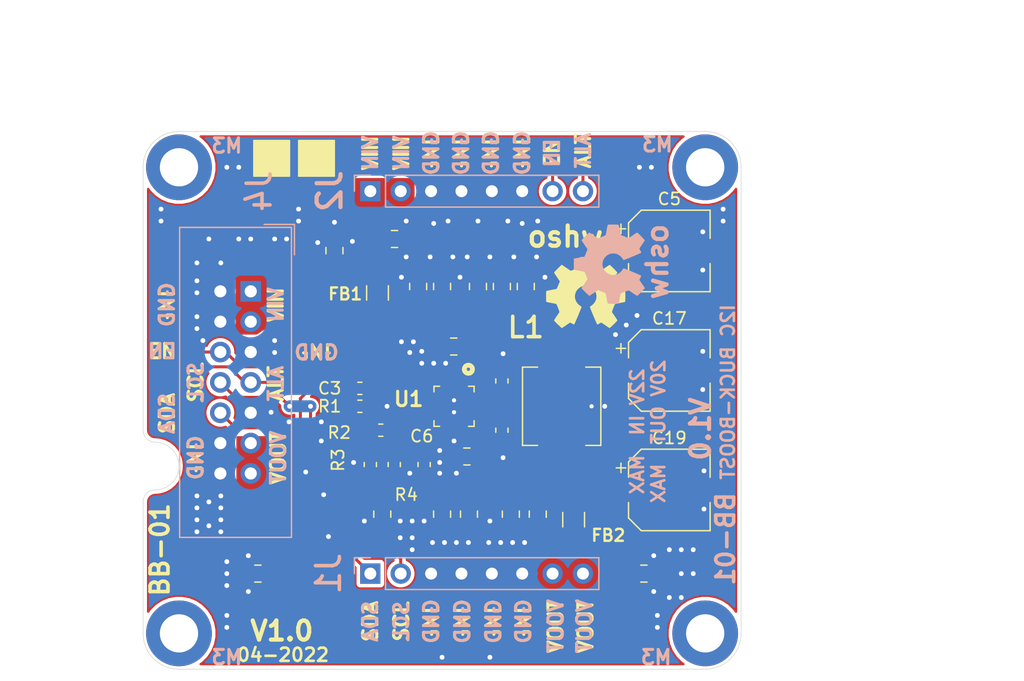
<source format=kicad_pcb>
(kicad_pcb (version 20171130) (host pcbnew "(5.1.6)-1")
  (title_block (title BB-01) (date 2022-04-15) (rev V1.0) (company oshw) (comment 1 "programmable buck-boost converter (I2C)") (comment 2 "3A Max") (comment 3 "3V to 22V input range") (comment 4 "1V to 20V output range"))
  (layers (0 F.Cu signal) (31 B.Cu signal hide) (34 B.Paste user hide) (35 F.Paste user hide) (36 B.SilkS user) (37 F.SilkS user) (38 B.Mask user hide) (39 F.Mask user) (44 Edge.Cuts user))
  (net 0 "")
  (net 1 GNDREF)
  (net 2 BB_VIN)
  (net 3 /BB_OC)
  (net 4 /BB_VCC)
  (net 5 "Net-(C10-Pad2)")
  (net 6 /BB_SW1)
  (net 7 /BB_SW2)
  (net 8 "Net-(C11-Pad2)")
  (net 9 BB_VOUT)
  (net 10 ALERT_MPS)
  (net 11 I2C0_SCL)
  (net 12 I2C0_SDA)
  (net 13 MPS_EN)
  (net 14 "Net-(R2-Pad1)")
  (net 15 /BB_FB)
  (net 16 /BB_VIN_FILT)
  (net 17 /BB_VOUT_FILT)
  (module Symbol:OSHW-Symbol_6.7x6mm_SilkScreen (layer B.Cu) (at 108 101.6 270)
    (fp_text reference LOGO1 hide)
    (fp_text value Logo_Open_Hardware_Large hide)
  )
  (module Capacitor_SMD:C_0603_1608Metric_Pad1.05x0.95mm_HandSolder (layer F.Cu) (at 87.125 112 180)
    (fp_text reference C3 (at 2.525 0 180) (layer F.SilkS))
    (fp_text value 22nF|0603)
    (pad 1 smd roundrect (at -0.875 0 180) (size 1.05 0.95) (layers F.Cu F.Paste F.Mask) (net 3 /BB_OC))
    (pad 2 smd roundrect (at 0.875 0 180) (size 1.05 0.95) (layers F.Cu F.Paste F.Mask) (net 1 GNDREF))
  )
  (module Resistor_SMD:R_0603_1608Metric_Pad1.05x0.95mm_HandSolder (layer F.Cu) (at 87.125 113.5 180)
    (fp_text reference R1 (at 2.525 0) (layer F.SilkS))
    (fp_text value 21.5K|0603)
    (pad 1 smd roundrect (at -0.875 0 180) (size 1.05 0.95) (layers F.Cu F.Paste F.Mask) (net 3 /BB_OC))
    (pad 2 smd roundrect (at 0.875 0 180) (size 1.05 0.95) (layers F.Cu F.Paste F.Mask) (net 1 GNDREF))
  )
  (module Resistor_SMD:R_0603_1608Metric_Pad1.05x0.95mm_HandSolder (layer F.Cu) (at 88.875 115.5 180)
    (fp_text reference R2 (at 3.475 -0.2 180) (layer F.SilkS))
    (fp_text value 402K|0603)
    (pad 1 smd roundrect (at -0.875 0 180) (size 1.05 0.95) (layers F.Cu F.Paste F.Mask) (net 14 "Net-(R2-Pad1)"))
    (pad 2 smd roundrect (at 0.875 0 180) (size 1.05 0.95) (layers F.Cu F.Paste F.Mask) (net 15 /BB_FB))
  )
  (module Capacitor_SMD:C_0805_2012Metric_Pad1.15x1.40mm_HandSolder (layer F.Cu) (at 94 103.475 90)
    (fp_text reference C7 hide)
    (fp_text value 1uF|0805)
    (pad 2 smd roundrect (at 1.025 0 90) (size 1.15 1.4) (layers F.Cu F.Paste F.Mask) (roundrect_rratio 0.217391) (net 1 GNDREF))
    (pad 1 smd roundrect (at -1.025 0 90) (size 1.15 1.4) (layers F.Cu F.Paste F.Mask) (roundrect_rratio 0.217391) (net 16 /BB_VIN_FILT))
  )
  (module Symbol:OSHW-Symbol_6.7x6mm_SilkScreen (layer F.Cu) (at 106 104)
    (fp_text reference LOGO1 hide)
    (fp_text value Logo_Open_Hardware_Large hide)
  )
  (module Capacitor_SMD:C_0805_2012Metric_Pad1.15x1.40mm_HandSolder (layer F.Cu) (at 85 100.475 90)
    (fp_text reference C1 hide)
    (fp_text value 1uF|0805)
    (pad 2 smd roundrect (at 1.025 0 90) (size 1.15 1.4) (layers F.Cu F.Paste F.Mask) (roundrect_rratio 0.217391) (net 1 GNDREF))
    (pad 1 smd roundrect (at -1.025 0 90) (size 1.15 1.4) (layers F.Cu F.Paste F.Mask) (roundrect_rratio 0.217391) (net 2 BB_VIN))
  )
  (module Capacitor_SMD:C_0805_2012Metric_Pad1.15x1.40mm_HandSolder (layer F.Cu) (at 97 103.475 90)
    (fp_text reference C2 hide)
    (fp_text value 1uF|0805)
    (pad 1 smd roundrect (at -1.025 0 90) (size 1.15 1.4) (layers F.Cu F.Paste F.Mask) (roundrect_rratio 0.217391) (net 16 /BB_VIN_FILT))
    (pad 2 smd roundrect (at 1.025 0 90) (size 1.15 1.4) (layers F.Cu F.Paste F.Mask) (roundrect_rratio 0.217391) (net 1 GNDREF))
  )
  (module Capacitor_SMD:C_0805_2012Metric_Pad1.15x1.40mm_HandSolder (layer F.Cu) (at 101 103.475 90)
    (fp_text reference C4 hide)
    (fp_text value 1uF|0805)
    (pad 2 smd roundrect (at 1.025 0 90) (size 1.15 1.4) (layers F.Cu F.Paste F.Mask) (roundrect_rratio 0.217391) (net 1 GNDREF))
    (pad 1 smd roundrect (at -1.025 0 90) (size 1.15 1.4) (layers F.Cu F.Paste F.Mask) (roundrect_rratio 0.217391) (net 16 /BB_VIN_FILT))
  )
  (module Capacitor_SMD:CP_Elec_6.3x5.4 (layer F.Cu) (at 113 100.5)
    (fp_text reference C5 (at 0 -4.35 180) (layer F.SilkS))
    (fp_text value 33uF|35V|6.3D)
    (pad 2 smd roundrect (at 2.8 0) (size 3.5 1.6) (layers F.Cu F.Paste F.Mask) (roundrect_rratio 0.15625) (net 1 GNDREF))
    (pad 1 smd roundrect (at -2.8 0) (size 3.5 1.6) (layers F.Cu F.Paste F.Mask) (roundrect_rratio 0.15625) (net 16 /BB_VIN_FILT))
  )
  (module Capacitor_SMD:C_0603_1608Metric_Pad1.05x0.95mm_HandSolder (layer F.Cu) (at 92.5 118.375 270)
    (fp_text reference C6 (at -2.375 0.2 180) (layer F.SilkS))
    (fp_text value 1uF|0603)
    (pad 1 smd roundrect (at -0.875 0 270) (size 1.05 0.95) (layers F.Cu F.Paste F.Mask) (net 4 /BB_VCC))
    (pad 2 smd roundrect (at 0.875 0 270) (size 1.05 0.95) (layers F.Cu F.Paste F.Mask) (net 1 GNDREF))
  )
  (module Capacitor_SMD:C_0805_2012Metric_Pad1.15x1.40mm_HandSolder (layer F.Cu) (at 94.975 108.5 180)
    (fp_text reference C8 hide)
    (fp_text value 1uF|0805)
    (pad 2 smd roundrect (at 1.025 0 180) (size 1.15 1.4) (layers F.Cu F.Paste F.Mask) (roundrect_rratio 0.217391) (net 1 GNDREF))
    (pad 1 smd roundrect (at -1.025 0 180) (size 1.15 1.4) (layers F.Cu F.Paste F.Mask) (roundrect_rratio 0.217391) (net 16 /BB_VIN_FILT))
  )
  (module Capacitor_SMD:C_0805_2012Metric_Pad1.15x1.40mm_HandSolder (layer F.Cu) (at 99 103.475 90)
    (fp_text reference C9 hide)
    (fp_text value 1uF|0805)
    (pad 1 smd roundrect (at -1.025 0 90) (size 1.15 1.4) (layers F.Cu F.Paste F.Mask) (roundrect_rratio 0.217391) (net 16 /BB_VIN_FILT))
    (pad 2 smd roundrect (at 1.025 0 90) (size 1.15 1.4) (layers F.Cu F.Paste F.Mask) (roundrect_rratio 0.217391) (net 1 GNDREF))
  )
  (module Capacitor_SMD:C_0603_1608Metric_Pad1.05x0.95mm_HandSolder (layer F.Cu) (at 99 111.375 90)
    (fp_text reference C10 hide)
    (fp_text value 100nF|0603)
    (pad 2 smd roundrect (at 0.875 0 90) (size 1.05 0.95) (layers F.Cu F.Paste F.Mask) (net 5 "Net-(C10-Pad2)"))
    (pad 1 smd roundrect (at -0.875 0 90) (size 1.05 0.95) (layers F.Cu F.Paste F.Mask) (net 6 /BB_SW1))
  )
  (module Capacitor_SMD:C_0603_1608Metric_Pad1.05x0.95mm_HandSolder (layer F.Cu) (at 99 115.5 270)
    (fp_text reference C11 hide)
    (fp_text value 100nF|0603)
    (pad 1 smd roundrect (at -0.875 0 270) (size 1.05 0.95) (layers F.Cu F.Paste F.Mask) (net 7 /BB_SW2))
    (pad 2 smd roundrect (at 0.875 0 270) (size 1.05 0.95) (layers F.Cu F.Paste F.Mask) (net 8 "Net-(C11-Pad2)"))
  )
  (module Capacitor_SMD:C_0805_2012Metric_Pad1.15x1.40mm_HandSolder (layer F.Cu) (at 92 103.475 90)
    (fp_text reference C12 hide)
    (fp_text value 1uF|0805)
    (pad 1 smd roundrect (at -1.025 0 90) (size 1.15 1.4) (layers F.Cu F.Paste F.Mask) (roundrect_rratio 0.217391) (net 16 /BB_VIN_FILT))
    (pad 2 smd roundrect (at 1.025 0 90) (size 1.15 1.4) (layers F.Cu F.Paste F.Mask) (roundrect_rratio 0.217391) (net 1 GNDREF))
  )
  (module Capacitor_SMD:C_0805_2012Metric_Pad1.15x1.40mm_HandSolder (layer F.Cu) (at 96.075 117.7 180)
    (fp_text reference C13 hide)
    (fp_text value 1uF|0805)
    (pad 1 smd roundrect (at -1.025 0 180) (size 1.15 1.4) (layers F.Cu F.Paste F.Mask) (roundrect_rratio 0.217391) (net 17 /BB_VOUT_FILT))
    (pad 2 smd roundrect (at 1.025 0 180) (size 1.15 1.4) (layers F.Cu F.Paste F.Mask) (roundrect_rratio 0.217391) (net 1 GNDREF))
  )
  (module Capacitor_SMD:C_0805_2012Metric_Pad1.15x1.40mm_HandSolder (layer F.Cu) (at 94 122.525 270)
    (fp_text reference C14 hide)
    (fp_text value 1uF|0805)
    (pad 2 smd roundrect (at 1.025 0 270) (size 1.15 1.4) (layers F.Cu F.Paste F.Mask) (roundrect_rratio 0.217391) (net 1 GNDREF))
    (pad 1 smd roundrect (at -1.025 0 270) (size 1.15 1.4) (layers F.Cu F.Paste F.Mask) (roundrect_rratio 0.217391) (net 17 /BB_VOUT_FILT))
  )
  (module Capacitor_SMD:C_0805_2012Metric_Pad1.15x1.40mm_HandSolder (layer F.Cu) (at 99.75 122.525 270)
    (fp_text reference C15 hide)
    (fp_text value 1uF|0805)
    (pad 1 smd roundrect (at -1.025 0 270) (size 1.15 1.4) (layers F.Cu F.Paste F.Mask) (roundrect_rratio 0.217391) (net 17 /BB_VOUT_FILT))
    (pad 2 smd roundrect (at 1.025 0 270) (size 1.15 1.4) (layers F.Cu F.Paste F.Mask) (roundrect_rratio 0.217391) (net 1 GNDREF))
  )
  (module Capacitor_SMD:C_0805_2012Metric_Pad1.15x1.40mm_HandSolder (layer F.Cu) (at 89 122.525 270)
    (fp_text reference C16 hide)
    (fp_text value 1uF|0805)
    (pad 2 smd roundrect (at 1.025 0 270) (size 1.15 1.4) (layers F.Cu F.Paste F.Mask) (roundrect_rratio 0.217391) (net 1 GNDREF))
    (pad 1 smd roundrect (at -1.025 0 270) (size 1.15 1.4) (layers F.Cu F.Paste F.Mask) (roundrect_rratio 0.217391) (net 17 /BB_VOUT_FILT))
  )
  (module Capacitor_SMD:CP_Elec_6.3x5.4 (layer F.Cu) (at 113 110.5)
    (fp_text reference C17 (at 0 -4.35) (layer F.SilkS))
    (fp_text value 33uF|35V|6.3D)
    (pad 1 smd roundrect (at -2.8 0) (size 3.5 1.6) (layers F.Cu F.Paste F.Mask) (roundrect_rratio 0.15625) (net 17 /BB_VOUT_FILT))
    (pad 2 smd roundrect (at 2.8 0) (size 3.5 1.6) (layers F.Cu F.Paste F.Mask) (roundrect_rratio 0.15625) (net 1 GNDREF))
  )
  (module Capacitor_SMD:C_0805_2012Metric_Pad1.15x1.40mm_HandSolder (layer F.Cu) (at 96.25 122.525 270)
    (fp_text reference C18 hide)
    (fp_text value 1uF|0805)
    (pad 1 smd roundrect (at -1.025 0 270) (size 1.15 1.4) (layers F.Cu F.Paste F.Mask) (roundrect_rratio 0.217391) (net 17 /BB_VOUT_FILT))
    (pad 2 smd roundrect (at 1.025 0 270) (size 1.15 1.4) (layers F.Cu F.Paste F.Mask) (roundrect_rratio 0.217391) (net 1 GNDREF))
  )
  (module Capacitor_SMD:CP_Elec_6.3x5.4 (layer F.Cu) (at 113 120.5)
    (fp_text reference C19 (at 0 -4.35) (layer F.SilkS))
    (fp_text value 33uF|35V|6.3D)
    (pad 1 smd roundrect (at -2.8 0) (size 3.5 1.6) (layers F.Cu F.Paste F.Mask) (roundrect_rratio 0.15625) (net 17 /BB_VOUT_FILT))
    (pad 2 smd roundrect (at 2.8 0) (size 3.5 1.6) (layers F.Cu F.Paste F.Mask) (roundrect_rratio 0.15625) (net 1 GNDREF))
  )
  (module Capacitor_SMD:C_0805_2012Metric_Pad1.15x1.40mm_HandSolder (layer F.Cu) (at 102 122.525 270)
    (fp_text reference C20 hide)
    (fp_text value 1uF|0805)
    (pad 2 smd roundrect (at 1.025 0 270) (size 1.15 1.4) (layers F.Cu F.Paste F.Mask) (roundrect_rratio 0.217391) (net 1 GNDREF))
    (pad 1 smd roundrect (at -1.025 0 270) (size 1.15 1.4) (layers F.Cu F.Paste F.Mask) (roundrect_rratio 0.217391) (net 17 /BB_VOUT_FILT))
  )
  (module Capacitor_SMD:C_0805_2012Metric_Pad1.15x1.40mm_HandSolder (layer F.Cu) (at 78.6 127.5 180)
    (fp_text reference C21 hide)
    (fp_text value 1uF|0805)
    (pad 1 smd roundrect (at -1.025 0 180) (size 1.15 1.4) (layers F.Cu F.Paste F.Mask) (roundrect_rratio 0.217391) (net 9 BB_VOUT))
    (pad 2 smd roundrect (at 1.025 0 180) (size 1.15 1.4) (layers F.Cu F.Paste F.Mask) (roundrect_rratio 0.217391) (net 1 GNDREF))
  )
  (module Inductor_SMD:L_1206_3216Metric_Pad1.42x1.75mm_HandSolder (layer F.Cu) (at 88.6 104.0125 90)
    (fp_text reference FB1 (at -0.0875 -2.7 180) (layer F.SilkS) (effects (font (thickness 0.2))))
    (fp_text value 4A|1206)
    (pad 2 smd roundrect (at 1.4875 0 90) (size 1.425 1.75) (layers F.Cu F.Paste F.Mask) (roundrect_rratio 0.175439) (net 2 BB_VIN))
    (pad 1 smd roundrect (at -1.4875 0 90) (size 1.425 1.75) (layers F.Cu F.Paste F.Mask) (roundrect_rratio 0.175439) (net 16 /BB_VIN_FILT))
  )
  (module Inductor_SMD:L_1206_3216Metric_Pad1.42x1.75mm_HandSolder (layer F.Cu) (at 105 122.9875 90)
    (fp_text reference FB2 (at -1.3125 2.9 180) (layer F.SilkS) (effects (font (thickness 0.2))))
    (fp_text value 4A|1206)
    (pad 1 smd roundrect (at -1.4875 0 90) (size 1.425 1.75) (layers F.Cu F.Paste F.Mask) (roundrect_rratio 0.175439) (net 9 BB_VOUT))
    (pad 2 smd roundrect (at 1.4875 0 90) (size 1.425 1.75) (layers F.Cu F.Paste F.Mask) (roundrect_rratio 0.175439) (net 17 /BB_VOUT_FILT))
  )
  (module Connector_PinHeader_2.54mm:PinHeader_1x08_P2.54mm_Vertical (layer B.Cu) (at 88 127.5 270)
    (fp_text reference J1 (at 0 3.5 90) (layer B.SilkS) (effects (font (size 2 2) (thickness 0.3)) (justify mirror)))
    (fp_text value Conn_01x08)
    (pad 8 thru_hole oval (at 0 -17.78 270) (size 1.7 1.7) (drill 1) (layers *.Cu *.Mask) (net 9 BB_VOUT))
    (pad 7 thru_hole oval (at 0 -15.24 270) (size 1.7 1.7) (drill 1) (layers *.Cu *.Mask) (net 9 BB_VOUT))
    (pad 6 thru_hole oval (at 0 -12.7 270) (size 1.7 1.7) (drill 1) (layers *.Cu *.Mask) (net 1 GNDREF))
    (pad 5 thru_hole oval (at 0 -10.16 270) (size 1.7 1.7) (drill 1) (layers *.Cu *.Mask) (net 1 GNDREF))
    (pad 4 thru_hole oval (at 0 -7.62 270) (size 1.7 1.7) (drill 1) (layers *.Cu *.Mask) (net 1 GNDREF))
    (pad 3 thru_hole oval (at 0 -5.08 270) (size 1.7 1.7) (drill 1) (layers *.Cu *.Mask) (net 1 GNDREF))
    (pad 2 thru_hole oval (at 0 -2.54 270) (size 1.7 1.7) (drill 1) (layers *.Cu *.Mask) (net 11 I2C0_SCL))
    (pad 1 thru_hole rect (at 0 0 270) (size 1.7 1.7) (drill 1) (layers *.Cu *.Mask) (net 12 I2C0_SDA))
  )
  (module Connector_PinHeader_2.54mm:PinHeader_1x08_P2.54mm_Vertical (layer B.Cu) (at 88 95.5 270)
    (fp_text reference J2 (at 0 3.4 270) (layer B.SilkS) (effects (font (size 2 2) (thickness 0.35)) (justify mirror)))
    (fp_text value Conn_01x08)
    (pad 1 thru_hole rect (at 0 0 270) (size 1.7 1.7) (drill 1) (layers *.Cu *.Mask) (net 2 BB_VIN))
    (pad 2 thru_hole oval (at 0 -2.54 270) (size 1.7 1.7) (drill 1) (layers *.Cu *.Mask) (net 2 BB_VIN))
    (pad 3 thru_hole oval (at 0 -5.08 270) (size 1.7 1.7) (drill 1) (layers *.Cu *.Mask) (net 1 GNDREF))
    (pad 4 thru_hole oval (at 0 -7.62 270) (size 1.7 1.7) (drill 1) (layers *.Cu *.Mask) (net 1 GNDREF))
    (pad 5 thru_hole oval (at 0 -10.16 270) (size 1.7 1.7) (drill 1) (layers *.Cu *.Mask) (net 1 GNDREF))
    (pad 6 thru_hole oval (at 0 -12.7 270) (size 1.7 1.7) (drill 1) (layers *.Cu *.Mask) (net 1 GNDREF))
    (pad 7 thru_hole oval (at 0 -15.24 270) (size 1.7 1.7) (drill 1) (layers *.Cu *.Mask) (net 13 MPS_EN))
    (pad 8 thru_hole oval (at 0 -17.78 270) (size 1.7 1.7) (drill 1) (layers *.Cu *.Mask) (net 10 ALERT_MPS))
  )
  (module Connector_IDC:IDC-Header_2x07_P2.54mm_Vertical (layer B.Cu) (at 78 103.88 180)
    (fp_text reference J4 (at -0.7 8.38 90) (layer B.SilkS) (effects (font (size 2 2) (thickness 0.3)) (justify mirror)))
    (fp_text value "2.54mm IDC Header")
    (pad 1 thru_hole rect (at 0 0 180) (size 1.7272 1.7272) (drill 1.016) (layers *.Cu *.Mask) (net 2 BB_VIN))
    (pad 2 thru_hole oval (at 2.54 0 180) (size 1.7272 1.7272) (drill 1.016) (layers *.Cu *.Mask) (net 1 GNDREF))
    (pad 3 thru_hole oval (at 0 -2.54 180) (size 1.7272 1.7272) (drill 1.016) (layers *.Cu *.Mask) (net 2 BB_VIN))
    (pad 4 thru_hole oval (at 2.54 -2.54 180) (size 1.7272 1.7272) (drill 1.016) (layers *.Cu *.Mask) (net 1 GNDREF))
    (pad 5 thru_hole oval (at 0 -5.08 180) (size 1.7272 1.7272) (drill 1.016) (layers *.Cu *.Mask) (net 1 GNDREF))
    (pad 6 thru_hole oval (at 2.54 -5.08 180) (size 1.7272 1.7272) (drill 1.016) (layers *.Cu *.Mask) (net 13 MPS_EN))
    (pad 7 thru_hole oval (at 0 -7.62 180) (size 1.7272 1.7272) (drill 1.016) (layers *.Cu *.Mask) (net 10 ALERT_MPS))
    (pad 8 thru_hole oval (at 2.54 -7.62 180) (size 1.7272 1.7272) (drill 1.016) (layers *.Cu *.Mask) (net 11 I2C0_SCL))
    (pad 9 thru_hole oval (at 0 -10.16 180) (size 1.7272 1.7272) (drill 1.016) (layers *.Cu *.Mask) (net 1 GNDREF))
    (pad 10 thru_hole oval (at 2.54 -10.16 180) (size 1.7272 1.7272) (drill 1.016) (layers *.Cu *.Mask) (net 12 I2C0_SDA))
    (pad 11 thru_hole oval (at 0 -12.7 180) (size 1.7272 1.7272) (drill 1.016) (layers *.Cu *.Mask) (net 9 BB_VOUT))
    (pad 12 thru_hole oval (at 2.54 -12.7 180) (size 1.7272 1.7272) (drill 1.016) (layers *.Cu *.Mask) (net 1 GNDREF))
    (pad 13 thru_hole oval (at 0 -15.24 180) (size 1.7272 1.7272) (drill 1.016) (layers *.Cu *.Mask) (net 9 BB_VOUT))
    (pad 14 thru_hole oval (at 2.54 -15.24 180) (size 1.7272 1.7272) (drill 1.016) (layers *.Cu *.Mask) (net 1 GNDREF))
  )
  (module Inductor_SMD:L_Vishay_IHLP-2525 (layer F.Cu) (at 104 113.5 270)
    (fp_text reference L1 (at -6.6 3 180) (layer F.SilkS) (effects (font (size 1.7 1.7) (thickness 0.3))))
    (fp_text value 4.7uF|IHLP2525)
    (pad 1 smd rect (at -2.921 0 270) (size 3.5 5.6) (layers F.Cu F.Paste F.Mask) (net 6 /BB_SW1))
    (pad 2 smd rect (at 2.921 0 270) (size 3.2 5.6) (layers F.Cu F.Paste F.Mask) (net 7 /BB_SW2))
  )
  (module Resistor_SMD:R_0603_1608Metric_Pad1.05x0.95mm_HandSolder (layer F.Cu) (at 88 118.375 270)
    (fp_text reference R3 (at -0.375 2.7 90) (layer F.SilkS))
    (fp_text value 35.7K|0603)
    (pad 2 smd roundrect (at 0.875 0 270) (size 1.05 0.95) (layers F.Cu F.Paste F.Mask) (net 1 GNDREF))
    (pad 1 smd roundrect (at -0.875 0 270) (size 1.05 0.95) (layers F.Cu F.Paste F.Mask) (net 15 /BB_FB))
  )
  (module Resistor_SMD:R_0603_1608Metric_Pad1.05x0.95mm_HandSolder (layer F.Cu) (at 90 118.375 270)
    (fp_text reference R4 (at 2.525 -1) (layer F.SilkS))
    (fp_text value 402K|0603)
    (pad 1 smd roundrect (at -0.875 0 270) (size 1.05 0.95) (layers F.Cu F.Paste F.Mask) (net 15 /BB_FB))
    (pad 2 smd roundrect (at 0.875 0 270) (size 1.05 0.95) (layers F.Cu F.Paste F.Mask) (net 17 /BB_VOUT_FILT))
  )
  (module mps_buck_boost:MP28167GQ-A (layer F.Cu) (at 95 113.5 270)
    (fp_text reference U1 (at -0.6 3.8 180) (layer F.SilkS) (effects (font (size 1.2 1.2) (thickness 0.25))))
    (fp_text value MP28167GQ-A_PH hide)
    (fp_poly (pts (xy -1.8 -0.875001) (xy -1.8 -0.625001) (xy -1 -0.625001) (xy -1 -0.725001) (xy -1.15 -0.875001)) (layer F.Cu) (width 0.1))
    (pad 1 smd rect (at -1.45 -0.750001 270) (size 1.4 0.25) (drill (offset -0.4 0)) (layers F.Cu F.Paste F.Mask) (net 16 /BB_VIN_FILT))
    (pad 2 smd rect (at -1.45 -0.25 270) (size 1.1 0.25) (drill (offset -0.2 0)) (layers F.Cu F.Paste F.Mask) (net 1 GNDREF))
    (pad 3 smd rect (at -1.45 0.25 270) (size 1.1 0.25) (drill (offset -0.2 0)) (layers F.Cu F.Paste F.Mask) (net 13 MPS_EN))
    (pad 4 smd rect (at -1.45 0.750001 270) (size 1.1 0.25) (drill (offset -0.2 0)) (layers F.Cu F.Paste F.Mask) (net 10 ALERT_MPS))
    (pad 5 smd rect (at -0.750001 1.45) (size 1.1 0.25) (drill (offset -0.2 0)) (layers F.Cu F.Paste F.Mask) (net 11 I2C0_SCL))
    (pad 6 smd rect (at -0.25 1.2) (size 1.6 0.25) (drill (offset -0.2 0)) (layers F.Cu F.Paste F.Mask) (net 12 I2C0_SDA))
    (pad 7 smd rect (at 0.25 1.2) (size 1.6 0.25) (drill (offset -0.2 0)) (layers F.Cu F.Paste F.Mask) (net 3 /BB_OC))
    (pad 8 smd rect (at 0.750001 1.45) (size 1.1 0.25) (drill (offset -0.2 0)) (layers F.Cu F.Paste F.Mask) (net 14 "Net-(R2-Pad1)"))
    (pad 9 smd rect (at 1.45 0.750001 270) (size 1.1 0.25) (drill (offset 0.2 0)) (layers F.Cu F.Paste F.Mask) (net 4 /BB_VCC))
    (pad 10 smd rect (at 1.45 0.25 270) (size 1.1 0.25) (drill (offset 0.2 0)) (layers F.Cu F.Paste F.Mask) (net 1 GNDREF))
    (pad 11 smd rect (at 1.45 -0.25 270) (size 1.1 0.25) (drill (offset 0.2 0)) (layers F.Cu F.Paste F.Mask) (net 1 GNDREF))
    (pad 12 smd rect (at 1.45 -0.750001 270) (size 1.1 0.25) (drill (offset 0.2 0)) (layers F.Cu F.Paste F.Mask) (net 17 /BB_VOUT_FILT))
    (pad 13 smd rect (at 0.750001 -1.45) (size 1.1 0.25) (drill (offset 0.2 0)) (layers F.Cu F.Paste F.Mask) (net 8 "Net-(C11-Pad2)"))
    (pad 14 smd rect (at 0.25 -1.2) (size 1.8 0.25) (drill (offset 0.3 0)) (layers F.Cu F.Paste F.Mask) (net 7 /BB_SW2))
    (pad 15 smd rect (at -0.25 -1.2) (size 1.8 0.25) (drill (offset 0.3 0)) (layers F.Cu F.Paste F.Mask) (net 6 /BB_SW1))
    (pad 16 smd rect (at -0.750001 -1.45) (size 1.1 0.25) (drill (offset 0.2 0)) (layers F.Cu F.Paste F.Mask) (net 5 "Net-(C10-Pad2)"))
  )
  (module Capacitor_SMD:C_0805_2012Metric_Pad1.15x1.40mm_HandSolder (layer F.Cu) (at 90.025 99.5)
    (fp_text reference C22 hide)
    (fp_text value 1uF|0805)
    (pad 2 smd roundrect (at 1.025 0) (size 1.15 1.4) (layers F.Cu F.Paste F.Mask) (roundrect_rratio 0.217391) (net 1 GNDREF))
    (pad 1 smd roundrect (at -1.025 0) (size 1.15 1.4) (layers F.Cu F.Paste F.Mask) (roundrect_rratio 0.217391) (net 2 BB_VIN))
  )
  (module Capacitor_SMD:C_0805_2012Metric_Pad1.15x1.40mm_HandSolder (layer F.Cu) (at 110.875 127.5)
    (fp_text reference C23 hide)
    (fp_text value 1uF|0805)
    (pad 1 smd roundrect (at -1.025 0) (size 1.15 1.4) (layers F.Cu F.Paste F.Mask) (roundrect_rratio 0.217391) (net 9 BB_VOUT))
    (pad 2 smd roundrect (at 1.025 0) (size 1.15 1.4) (layers F.Cu F.Paste F.Mask) (roundrect_rratio 0.217391) (net 1 GNDREF))
  )
  (module MountingHole:MountingHole_3.2mm_M3_ISO14580_Pad (layer F.Cu) (at 72 132.5)
    (fp_text reference H1 hide)
    (fp_text value "M3 Hole")
    (pad 1 thru_hole circle (at 0 0) (size 5.5 5.5) (drill 3.2) (layers *.Cu *.Mask))
  )
  (module MountingHole:MountingHole_3.2mm_M3_ISO14580_Pad (layer F.Cu) (at 116 93.5)
    (fp_text reference H2 hide)
    (fp_text value "M3 Hole")
    (pad 1 thru_hole circle (at 0 0) (size 5.5 5.5) (drill 3.2) (layers *.Cu *.Mask))
  )
  (module MountingHole:MountingHole_3.2mm_M3_ISO14580_Pad (layer F.Cu) (at 116 132.5)
    (fp_text reference H3 hide)
    (fp_text value "M3 Hole")
    (pad 1 thru_hole circle (at 0 0) (size 5.5 5.5) (drill 3.2) (layers *.Cu *.Mask))
  )
  (module MountingHole:MountingHole_3.2mm_M3_ISO14580_Pad (layer F.Cu) (at 72 93.5)
    (fp_text reference H4 hide)
    (fp_text value "M3 Hole")
    (pad 1 thru_hole circle (at 0 0) (size 5.5 5.5) (drill 3.2) (layers *.Cu *.Mask))
  )
  (gr_line (start 69 121.5) (end 69 132.5) (layer Edge.Cuts) (width 0.05))
  (gr_arc (start 70 121.5) (end 70 120.5) (angle -90) (layer Edge.Cuts) (width 0.05))
  (gr_arc (start 70 118.5) (end 70 120.5) (angle -90) (layer Edge.Cuts) (width 0.05))
  (gr_arc (start 70 118.5) (end 72 118.5) (angle -90) (layer Edge.Cuts) (width 0.05))
  (gr_arc (start 70 115.5) (end 69 115.5) (angle -90) (layer Edge.Cuts) (width 0.05))
  (gr_poly (pts (xy 85 94.25) (xy 82 94.25) (xy 82 91.25) (xy 85 91.25)) (layer F.SilkS) (width 0.1))
  (gr_poly (pts (xy 81.25 94.25) (xy 78.25 94.25) (xy 78.25 91.25) (xy 81.25 91.25)) (layer F.SilkS) (width 0.1))
  (gr_text oshw (at 112 101.4 90) (layer B.SilkS) (effects (font (size 1.7 1.7) (thickness 0.35)) (justify mirror)))
  (gr_text M3 (at 111.9 134.5) (layer B.SilkS) (effects (font (size 1.2 1.2) (thickness 0.25)) (justify mirror)))
  (gr_text M3 (at 76 134.5) (layer B.SilkS) (effects (font (size 1.2 1.2) (thickness 0.25)) (justify mirror)))
  (gr_text M3 (at 112 91.6) (layer B.SilkS) (effects (font (size 1.2 1.2) (thickness 0.25)) (justify mirror)))
  (gr_text M3 (at 76 91.7) (layer B.SilkS) (effects (font (size 1.2 1.2) (thickness 0.25)) (justify mirror)))
  (gr_text BB-01 (at 117.7 124.6 90) (layer B.SilkS) (effects (font (size 1.5 1.5) (thickness 0.3)) (justify mirror)))
  (gr_text V1.0 (at 115.6 115.4 90) (layer B.SilkS) (effects (font (size 1.6 1.6) (thickness 0.35)) (justify mirror)))
  (gr_arc (start 72 93.5) (end 72 90.5) (angle -90) (layer Edge.Cuts) (width 0.05))
  (gr_arc (start 72 132.5) (end 69 132.5) (angle -90) (layer Edge.Cuts) (width 0.05))
  (gr_arc (start 116 132.5) (end 116 135.5) (angle -90) (layer Edge.Cuts) (width 0.05))
  (gr_arc (start 116 93.5) (end 119 93.5) (angle -90) (layer Edge.Cuts) (width 0.05))
  (gr_text "22V IN  MAX\n20V OUT  MAX" (at 111.2 115.6 90) (layer B.SilkS) (effects (font (size 1.1 1.1) (thickness 0.22)) (justify mirror)))
  (gr_text BB-01 (at 70.4 125.5 90) (layer F.SilkS) (effects (font (size 1.5 1.5) (thickness 0.3))))
  (gr_text ALT (at 80.1 111.6 90) (layer F.SilkS) (effects (font (size 1.2 1.2) (thickness 0.25))))
  (gr_text ALT (at 80.1 111.6 90) (layer B.SilkS) (effects (font (size 1.2 1.2) (thickness 0.25)) (justify mirror)))
  (gr_text EN (at 70.6 108.9) (layer B.SilkS) (effects (font (size 1.2 1.2) (thickness 0.25)) (justify mirror)))
  (gr_text EN (at 70.6 108.9) (layer F.SilkS) (effects (font (size 1.2 1.2) (thickness 0.25))))
  (gr_text SDA (at 71 114.1 90) (layer F.SilkS) (effects (font (size 1.2 1.2) (thickness 0.25))))
  (gr_text SDA (at 71 114.1 90) (layer B.SilkS) (effects (font (size 1.2 1.2) (thickness 0.25)) (justify mirror)))
  (gr_text SCL (at 73.4 111.5 90) (layer B.SilkS) (effects (font (size 1.2 1.2) (thickness 0.25)) (justify mirror)))
  (gr_text SCL (at 73.4 111.5 90) (layer F.SilkS) (effects (font (size 1.2 1.2) (thickness 0.25))))
  (gr_text VOUT (at 80.3 117.8 90) (layer B.SilkS) (effects (font (size 1.2 1.2) (thickness 0.25)) (justify mirror)))
  (gr_text VOUT (at 80.3 117.8 90) (layer F.SilkS) (effects (font (size 1.2 1.2) (thickness 0.25))))
  (gr_text VIN (at 80.1 105 90) (layer F.SilkS) (effects (font (size 1.2 1.2) (thickness 0.25))))
  (gr_text VIN (at 80.1 105 90) (layer B.SilkS) (effects (font (size 1.2 1.2) (thickness 0.25)) (justify mirror)))
  (gr_text GND (at 71 105 90) (layer B.SilkS) (effects (font (size 1.2 1.2) (thickness 0.25)) (justify mirror)))
  (gr_text GND (at 71 105 90) (layer F.SilkS) (effects (font (size 1.2 1.2) (thickness 0.25))))
  (gr_text GND (at 83.5 109) (layer B.SilkS) (effects (font (size 1.2 1.2) (thickness 0.25)) (justify mirror)))
  (gr_text GND (at 83.5 109) (layer F.SilkS) (effects (font (size 1.2 1.2) (thickness 0.25))))
  (gr_text GND (at 73.4 117.8 90) (layer B.SilkS) (effects (font (size 1.2 1.2) (thickness 0.25)) (justify mirror)))
  (gr_text GND (at 73.4 117.8 90) (layer F.SilkS) (effects (font (size 1.2 1.2) (thickness 0.25))))
  (gr_circle (center 96.2 110.4) (end 96.341421 110.4) (layer F.SilkS) (width 0.4))
  (gr_text VIN (at 88 92.3 90) (layer F.SilkS) (effects (font (size 1.2 1.2) (thickness 0.25))))
  (gr_text VIN (at 90.6 92.3 90) (layer F.SilkS) (effects (font (size 1.2 1.2) (thickness 0.25))))
  (gr_text VIN (at 90.6 92.3 90) (layer B.SilkS) (effects (font (size 1.2 1.2) (thickness 0.25)) (justify mirror)))
  (gr_text VIN (at 88 92.3 90) (layer B.SilkS) (effects (font (size 1.2 1.2) (thickness 0.25)) (justify mirror)))
  (gr_text ALT (at 105.8 92.1 90) (layer F.SilkS) (effects (font (size 1.2 1.2) (thickness 0.25))))
  (gr_text ALT (at 105.8 92.1 90) (layer B.SilkS) (effects (font (size 1.2 1.2) (thickness 0.25)) (justify mirror)))
  (gr_text EN (at 103.2 92.3 90) (layer F.SilkS) (effects (font (size 1.2 1.2) (thickness 0.25))))
  (gr_text EN (at 103.2 92.3 90) (layer B.SilkS) (effects (font (size 1.2 1.2) (thickness 0.25)) (justify mirror)))
  (gr_text GND (at 100.7 92.3 90) (layer B.SilkS) (effects (font (size 1.2 1.2) (thickness 0.25)) (justify mirror)))
  (gr_text GND (at 100.7 92.3 90) (layer F.SilkS) (effects (font (size 1.2 1.2) (thickness 0.25))))
  (gr_text GND (at 98.1 92.3 90) (layer B.SilkS) (effects (font (size 1.2 1.2) (thickness 0.25)) (justify mirror)))
  (gr_text GND (at 98.1 92.3 90) (layer F.SilkS) (effects (font (size 1.2 1.2) (thickness 0.25))))
  (gr_text GND (at 95.6 92.3 90) (layer B.SilkS) (effects (font (size 1.2 1.2) (thickness 0.25)) (justify mirror)))
  (gr_text GND (at 95.6 92.3 90) (layer F.SilkS) (effects (font (size 1.2 1.2) (thickness 0.25))))
  (gr_text GND (at 93.1 92.3 90) (layer B.SilkS) (effects (font (size 1.2 1.2) (thickness 0.25)) (justify mirror)))
  (gr_text GND (at 93.1 92.3 90) (layer F.SilkS) (effects (font (size 1.2 1.2) (thickness 0.25))))
  (gr_text VOUT (at 105.9 131.9 90) (layer B.SilkS) (effects (font (size 1.2 1.2) (thickness 0.25)) (justify mirror)))
  (gr_text VOUT (at 106 131.9 90) (layer F.SilkS) (effects (font (size 1.2 1.2) (thickness 0.25))))
  (gr_text VOUT (at 103.5 131.9 90) (layer F.SilkS) (effects (font (size 1.2 1.2) (thickness 0.25))))
  (gr_text VOUT (at 103.5 131.9 90) (layer B.SilkS) (effects (font (size 1.2 1.2) (thickness 0.25)) (justify mirror)))
  (gr_text GND (at 100.8 131.5 90) (layer F.SilkS) (effects (font (size 1.2 1.2) (thickness 0.25))))
  (gr_text GND (at 100.8 131.5 90) (layer B.SilkS) (effects (font (size 1.2 1.2) (thickness 0.25)) (justify mirror)))
  (gr_text GND (at 98.3 131.5 90) (layer B.SilkS) (effects (font (size 1.2 1.2) (thickness 0.25)) (justify mirror)))
  (gr_text GND (at 98.3 131.5 90) (layer F.SilkS) (effects (font (size 1.2 1.2) (thickness 0.25))))
  (gr_text GND (at 95.7 131.5 90) (layer B.SilkS) (effects (font (size 1.2 1.2) (thickness 0.25)) (justify mirror)))
  (gr_text GND (at 95.7 131.5 90) (layer F.SilkS) (effects (font (size 1.2 1.2) (thickness 0.25))))
  (gr_text GND (at 93.1 131.5 90) (layer B.SilkS) (effects (font (size 1.2 1.2) (thickness 0.25)) (justify mirror)))
  (gr_text GND (at 93.1 131.5 90) (layer F.SilkS) (effects (font (size 1.2 1.2) (thickness 0.25))))
  (gr_text SCL (at 90.6 131.5 90) (layer F.SilkS) (effects (font (size 1.2 1.2) (thickness 0.25))))
  (gr_text SCL (at 90.6 131.5 90) (layer B.SilkS) (effects (font (size 1.2 1.2) (thickness 0.25)) (justify mirror)))
  (gr_text SDA (at 88 131.5 90) (layer B.SilkS) (effects (font (size 1.2 1.2) (thickness 0.25)) (justify mirror)))
  (gr_text SDA (at 88 131.5 90) (layer F.SilkS) (effects (font (size 1.2 1.2) (thickness 0.25))))
  (gr_line (start 69 98.5) (end 69 93.5) (layer Edge.Cuts) (width 0.05))
  (gr_line (start 116 90.5) (end 72 90.5) (layer Edge.Cuts) (width 0.05))
  (gr_line (start 119 132.5) (end 119 93.5) (layer Edge.Cuts) (width 0.05))
  (gr_line (start 72 135.5) (end 116 135.5) (layer Edge.Cuts) (width 0.05))
  (gr_line (start 69 98.5) (end 69 115.5) (layer Edge.Cuts) (width 0.05))
  (gr_text 04-2022 (at 80.7 134.3) (layer F.SilkS) (effects (font (size 1.1 1.1) (thickness 0.22))))
  (gr_text "I2C BUCK-BOOST" (at 117.9 112.3 90) (layer B.SilkS) (effects (font (size 1.1 1.1) (thickness 0.22)) (justify mirror)))
  (gr_text oshw (at 104.3 99.3) (layer F.SilkS) (effects (font (size 1.7 1.7) (thickness 0.35))))
  (gr_text V1.0 (at 80.6 132.3) (layer F.SilkS) (effects (font (size 1.6 1.6) (thickness 0.35))))
  (segment (start 95.25 109.8) (end 93.95 108.5) (width 0.25) (layer F.Cu) (net 1))
  (segment (start 95.25 112.05) (end 95.25 109.8) (width 0.25) (layer F.Cu) (net 1))
  (via (at 94.3 109.9) (size 0.8) (drill 0.4) (layers F.Cu B.Cu) (net 1))
  (via (at 93.3 109.9) (size 0.8) (drill 0.4) (layers F.Cu B.Cu) (net 1))
  (via (at 92.3 109.9) (size 0.8) (drill 0.4) (layers F.Cu B.Cu) (net 1))
  (via (at 92.3 108.9) (size 0.8) (drill 0.4) (layers F.Cu B.Cu) (net 1))
  (via (at 91.6 108.1) (size 0.8) (drill 0.4) (layers F.Cu B.Cu) (net 1))
  (via (at 90.6 108.1) (size 0.8) (drill 0.4) (layers F.Cu B.Cu) (net 1))
  (via (at 91.3 109) (size 0.8) (drill 0.4) (layers F.Cu B.Cu) (net 1))
  (via (at 95 116.4) (size 0.8) (drill 0.4) (layers F.Cu B.Cu) (net 1))
  (via (at 93.8 117.2) (size 0.8) (drill 0.4) (layers F.Cu B.Cu) (net 1))
  (via (at 93.8 118.2) (size 0.8) (drill 0.4) (layers F.Cu B.Cu) (net 1))
  (via (at 93.8 119.1) (size 0.8) (drill 0.4) (layers F.Cu B.Cu) (net 1))
  (via (at 95.2 119.1) (size 0.8) (drill 0.4) (layers F.Cu B.Cu) (net 1))
  (via (at 91.3 119.1) (size 0.8) (drill 0.4) (layers F.Cu B.Cu) (net 1))
  (via (at 86.6 118.2) (size 0.8) (drill 0.4) (layers F.Cu B.Cu) (net 1))
  (via (at 90.5 123.1) (size 0.8) (drill 0.4) (layers F.Cu B.Cu) (net 1))
  (via (at 91.5 123.1) (size 0.8) (drill 0.4) (layers F.Cu B.Cu) (net 1))
  (via (at 92.5 123.1) (size 0.8) (drill 0.4) (layers F.Cu B.Cu) (net 1))
  (via (at 98 123.1) (size 0.8) (drill 0.4) (layers F.Cu B.Cu) (net 1))
  (via (at 100.9 124.9) (size 0.8) (drill 0.4) (layers F.Cu B.Cu) (net 1))
  (via (at 99.9 124.9) (size 0.8) (drill 0.4) (layers F.Cu B.Cu) (net 1))
  (via (at 98.9 124.9) (size 0.8) (drill 0.4) (layers F.Cu B.Cu) (net 1))
  (via (at 97.9 124.9) (size 0.8) (drill 0.4) (layers F.Cu B.Cu) (net 1))
  (via (at 93.2 124.9) (size 0.8) (drill 0.4) (layers F.Cu B.Cu) (net 1))
  (via (at 94.2 124.9) (size 0.8) (drill 0.4) (layers F.Cu B.Cu) (net 1))
  (via (at 95.2 124.9) (size 0.8) (drill 0.4) (layers F.Cu B.Cu) (net 1))
  (via (at 96.2 124.9) (size 0.8) (drill 0.4) (layers F.Cu B.Cu) (net 1))
  (via (at 87.5 123.1) (size 0.8) (drill 0.4) (layers F.Cu B.Cu) (net 1))
  (via (at 77.8 126) (size 0.8) (drill 0.4) (layers F.Cu B.Cu) (net 1))
  (via (at 77.8 129) (size 0.8) (drill 0.4) (layers F.Cu B.Cu) (net 1))
  (via (at 111.7 129) (size 0.8) (drill 0.4) (layers F.Cu B.Cu) (net 1))
  (via (at 111.7 126) (size 0.8) (drill 0.4) (layers F.Cu B.Cu) (net 1))
  (via (at 115.9 122.1) (size 0.8) (drill 0.4) (layers F.Cu B.Cu) (net 1))
  (via (at 115.9 118.9) (size 0.8) (drill 0.4) (layers F.Cu B.Cu) (net 1))
  (via (at 115.8 108.9) (size 0.8) (drill 0.4) (layers F.Cu B.Cu) (net 1))
  (via (at 115.8 112.1) (size 0.8) (drill 0.4) (layers F.Cu B.Cu) (net 1))
  (via (at 115.8 102.1) (size 0.8) (drill 0.4) (layers F.Cu B.Cu) (net 1))
  (via (at 115.8 98.9) (size 0.8) (drill 0.4) (layers F.Cu B.Cu) (net 1))
  (via (at 95.5 102.7) (size 0.8) (drill 0.4) (layers F.Cu B.Cu) (net 1))
  (via (at 102.6 102.7) (size 0.8) (drill 0.4) (layers F.Cu B.Cu) (net 1))
  (via (at 90.6 102.7) (size 0.8) (drill 0.4) (layers F.Cu B.Cu) (net 1))
  (via (at 98 101) (size 0.8) (drill 0.4) (layers F.Cu B.Cu) (net 1))
  (via (at 100 101) (size 0.8) (drill 0.4) (layers F.Cu B.Cu) (net 1))
  (via (at 101.9 101) (size 0.8) (drill 0.4) (layers F.Cu B.Cu) (net 1))
  (via (at 96.1 101) (size 0.8) (drill 0.4) (layers F.Cu B.Cu) (net 1))
  (via (at 93 101) (size 0.8) (drill 0.4) (layers F.Cu B.Cu) (net 1))
  (via (at 94.9 101) (size 0.8) (drill 0.4) (layers F.Cu B.Cu) (net 1))
  (via (at 91 101) (size 0.8) (drill 0.4) (layers F.Cu B.Cu) (net 1))
  (via (at 91 98) (size 0.8) (drill 0.4) (layers F.Cu B.Cu) (net 1))
  (via (at 85 98.1) (size 0.8) (drill 0.4) (layers F.Cu B.Cu) (net 1))
  (via (at 83.6 99.8) (size 0.8) (drill 0.4) (layers F.Cu B.Cu) (net 1))
  (via (at 86.5 99.7) (size 0.8) (drill 0.4) (layers F.Cu B.Cu) (net 1))
  (via (at 99.1 117.8) (size 0.8) (drill 0.4) (layers F.Cu B.Cu) (net 1))
  (via (at 107.6 113.5) (size 0.8) (drill 0.4) (layers F.Cu B.Cu) (net 1))
  (via (at 99.1 109.1) (size 0.8) (drill 0.4) (layers F.Cu B.Cu) (net 1))
  (via (at 108.5 107.5) (size 0.8) (drill 0.4) (layers F.Cu B.Cu) (net 1))
  (via (at 109.4 106.7) (size 0.8) (drill 0.4) (layers F.Cu B.Cu) (net 1))
  (via (at 110.3 105.9) (size 0.8) (drill 0.4) (layers F.Cu B.Cu) (net 1))
  (via (at 114 125.5) (size 0.8) (drill 0.4) (layers F.Cu B.Cu) (net 1))
  (via (at 114 127.5) (size 0.8) (drill 0.4) (layers F.Cu B.Cu) (net 1))
  (via (at 114 129.5) (size 0.8) (drill 0.4) (layers F.Cu B.Cu) (net 1))
  (via (at 75.5 101.5) (size 0.8) (drill 0.4) (layers F.Cu B.Cu) (net 1))
  (via (at 74.5 99.5) (size 0.8) (drill 0.4) (layers F.Cu B.Cu) (net 1))
  (via (at 73.5 101.5) (size 0.8) (drill 0.4) (layers F.Cu B.Cu) (net 1))
  (via (at 77 99.5) (size 0.8) (drill 0.4) (layers F.Cu B.Cu) (net 1))
  (via (at 78 99.5) (size 0.8) (drill 0.4) (layers F.Cu B.Cu) (net 1))
  (via (at 80 99.5) (size 0.8) (drill 0.4) (layers F.Cu B.Cu) (net 1))
  (via (at 81 99.5) (size 0.8) (drill 0.4) (layers F.Cu B.Cu) (net 1))
  (via (at 75.5 121) (size 0.8) (drill 0.4) (layers F.Cu B.Cu) (net 1))
  (via (at 75.5 122) (size 0.8) (drill 0.4) (layers F.Cu B.Cu) (net 1))
  (via (at 74.5 121.5) (size 0.8) (drill 0.4) (layers F.Cu B.Cu) (net 1))
  (via (at 73.5 121) (size 0.8) (drill 0.4) (layers F.Cu B.Cu) (net 1))
  (via (at 73.5 122) (size 0.8) (drill 0.4) (layers F.Cu B.Cu) (net 1))
  (via (at 73.5 123) (size 0.8) (drill 0.4) (layers F.Cu B.Cu) (net 1))
  (via (at 75.5 123) (size 0.8) (drill 0.4) (layers F.Cu B.Cu) (net 1))
  (via (at 74.5 123.5) (size 0.8) (drill 0.4) (layers F.Cu B.Cu) (net 1))
  (via (at 73.5 124) (size 0.8) (drill 0.4) (layers F.Cu B.Cu) (net 1))
  (via (at 75.5 124) (size 0.8) (drill 0.4) (layers F.Cu B.Cu) (net 1))
  (via (at 94.5 98) (size 0.8) (drill 0.4) (layers F.Cu B.Cu) (net 1))
  (via (at 97 98) (size 0.8) (drill 0.4) (layers F.Cu B.Cu) (net 1))
  (via (at 99.5 98) (size 0.8) (drill 0.4) (layers F.Cu B.Cu) (net 1))
  (via (at 102 98) (size 0.8) (drill 0.4) (layers F.Cu B.Cu) (net 1))
  (via (at 90.5 124.5) (size 0.8) (drill 0.4) (layers F.Cu B.Cu) (net 1))
  (via (at 91.5 125.5) (size 0.8) (drill 0.4) (layers F.Cu B.Cu) (net 1))
  (via (at 91.5 124.5) (size 0.8) (drill 0.4) (layers F.Cu B.Cu) (net 1))
  (via (at 76 127.5) (size 0.8) (drill 0.4) (layers F.Cu B.Cu) (net 1))
  (via (at 76 126.5) (size 0.8) (drill 0.4) (layers F.Cu B.Cu) (net 1))
  (via (at 76 128.5) (size 0.8) (drill 0.4) (layers F.Cu B.Cu) (net 1))
  (via (at 80 109) (size 0.8) (drill 0.4) (layers F.Cu B.Cu) (net 1))
  (via (at 80 108) (size 0.8) (drill 0.4) (layers F.Cu B.Cu) (net 1))
  (via (at 74 108) (size 0.8) (drill 0.4) (layers F.Cu B.Cu) (net 1))
  (via (at 73.5 107) (size 0.8) (drill 0.4) (layers F.Cu B.Cu) (net 1))
  (via (at 73.5 106) (size 0.8) (drill 0.4) (layers F.Cu B.Cu) (net 1))
  (via (at 73.5 104) (size 0.8) (drill 0.4) (layers F.Cu B.Cu) (net 1))
  (via (at 73.5 103) (size 0.8) (drill 0.4) (layers F.Cu B.Cu) (net 1))
  (via (at 94 134.5) (size 0.8) (drill 0.4) (layers F.Cu B.Cu) (net 1))
  (via (at 98 134.5) (size 0.8) (drill 0.4) (layers F.Cu B.Cu) (net 1))
  (via (at 100.7 98.2) (size 0.8) (drill 0.4) (layers F.Cu B.Cu) (net 1))
  (via (at 93.3 98.2) (size 0.8) (drill 0.4) (layers F.Cu B.Cu) (net 1))
  (via (at 83.9 114.8) (size 0.8) (drill 0.4) (layers F.Cu B.Cu) (net 1))
  (via (at 83.9 116.4) (size 0.8) (drill 0.4) (layers F.Cu B.Cu) (net 1))
  (via (at 79.7 114) (size 0.8) (drill 0.4) (layers F.Cu B.Cu) (net 1))
  (via (at 70.5 97) (size 0.8) (drill 0.4) (layers F.Cu B.Cu) (net 1))
  (via (at 70.5 98) (size 0.8) (drill 0.4) (layers F.Cu B.Cu) (net 1))
  (via (at 76 93.5) (size 0.8) (drill 0.4) (layers F.Cu B.Cu) (net 1))
  (via (at 77 93.5) (size 0.8) (drill 0.4) (layers F.Cu B.Cu) (net 1))
  (via (at 111.5 93.5) (size 0.8) (drill 0.4) (layers F.Cu B.Cu) (net 1))
  (via (at 110.5 93.5) (size 0.8) (drill 0.4) (layers F.Cu B.Cu) (net 1))
  (via (at 117.5 97) (size 0.8) (drill 0.4) (layers F.Cu B.Cu) (net 1))
  (via (at 117.5 98) (size 0.8) (drill 0.4) (layers F.Cu B.Cu) (net 1))
  (via (at 112 132) (size 0.8) (drill 0.4) (layers F.Cu B.Cu) (net 1))
  (via (at 76 132) (size 0.8) (drill 0.4) (layers F.Cu B.Cu) (net 1))
  (via (at 76 131) (size 0.8) (drill 0.4) (layers F.Cu B.Cu) (net 1))
  (via (at 82 97) (size 0.8) (drill 0.4) (layers F.Cu B.Cu) (net 1))
  (via (at 82 98) (size 0.8) (drill 0.4) (layers F.Cu B.Cu) (net 1))
  (via (at 115 125.5) (size 0.8) (drill 0.4) (layers F.Cu B.Cu) (net 1))
  (via (at 115 127.5) (size 0.8) (drill 0.4) (layers F.Cu B.Cu) (net 1))
  (via (at 113 125.5) (size 0.8) (drill 0.4) (layers F.Cu B.Cu) (net 1))
  (via (at 113 129.5) (size 0.8) (drill 0.4) (layers F.Cu B.Cu) (net 1))
  (via (at 112 131) (size 0.8) (drill 0.4) (layers F.Cu B.Cu) (net 1))
  (via (at 95 113) (size 0.7) (drill 0.35) (layers F.Cu B.Cu) (net 1))
  (via (at 95 114) (size 0.7) (drill 0.35) (layers F.Cu B.Cu) (net 1))
  (segment (start 95.25 112.75) (end 95 113) (width 0.25) (layer F.Cu) (net 1))
  (segment (start 95.25 112.05) (end 95.25 112.75) (width 0.25) (layer F.Cu) (net 1))
  (via (at 106.5 113.5) (size 0.7) (drill 0.35) (layers F.Cu B.Cu) (net 1))
  (via (at 89.4 113.5) (size 0.8) (drill 0.4) (layers F.Cu B.Cu) (net 1))
  (via (at 81.2 114.8) (size 0.8) (drill 0.4) (layers F.Cu B.Cu) (net 1))
  (via (at 82.6 119) (size 0.8) (drill 0.4) (layers F.Cu B.Cu) (net 1))
  (via (at 84.1 120.9) (size 0.8) (drill 0.4) (layers F.Cu B.Cu) (net 1))
  (via (at 84.5 124.4) (size 0.8) (drill 0.4) (layers F.Cu B.Cu) (net 1))
  (segment (start 88 112) (end 89.3 112) (width 0.25) (layer F.Cu) (net 3))
  (segment (start 91.05 113.75) (end 91.25 113.75) (width 0.25) (layer F.Cu) (net 3))
  (segment (start 89.3 112) (end 91.05 113.75) (width 0.25) (layer F.Cu) (net 3))
  (segment (start 93.8 113.75) (end 91.25 113.75) (width 0.25) (layer F.Cu) (net 3))
  (segment (start 88 112) (end 88 113.5) (width 1) (layer F.Cu) (net 3))
  (segment (start 94.249999 114.95) (end 94.249999 115.400001) (width 0.25) (layer F.Cu) (net 4))
  (segment (start 92.5 117.15) (end 92.5 117.5) (width 0.25) (layer F.Cu) (net 4))
  (segment (start 94.249999 115.400001) (end 92.5 117.15) (width 0.25) (layer F.Cu) (net 4))
  (segment (start 98.1 111.83) (end 98.1 111.4) (width 0.25) (layer F.Cu) (net 5))
  (segment (start 98.1 111.4) (end 99 110.5) (width 0.25) (layer F.Cu) (net 5))
  (segment (start 96.45 112.749999) (end 97.180001 112.749999) (width 0.25) (layer F.Cu) (net 5))
  (segment (start 97.180001 112.749999) (end 98.1 111.83) (width 0.25) (layer F.Cu) (net 5))
  (segment (start 99 112.55) (end 99 112.25) (width 0.25) (layer F.Cu) (net 6))
  (segment (start 96.2 113.25) (end 98.3 113.25) (width 0.25) (layer F.Cu) (net 6))
  (segment (start 98.3 113.25) (end 99 112.55) (width 0.25) (layer F.Cu) (net 6))
  (segment (start 98.125 113.75) (end 99 114.625) (width 0.25) (layer F.Cu) (net 7))
  (segment (start 96.2 113.75) (end 98.125 113.75) (width 0.25) (layer F.Cu) (net 7))
  (segment (start 98.1 115.450002) (end 99 116.350002) (width 0.25) (layer F.Cu) (net 8))
  (segment (start 98.1 115.1) (end 98.1 115.450002) (width 0.25) (layer F.Cu) (net 8))
  (segment (start 96.45 114.250001) (end 97.250001 114.250001) (width 0.25) (layer F.Cu) (net 8))
  (segment (start 99 116.350002) (end 99 116.375) (width 0.25) (layer F.Cu) (net 8))
  (segment (start 97.250001 114.250001) (end 98.1 115.1) (width 0.25) (layer F.Cu) (net 8))
  (segment (start 82.75 109.25) (end 80.5 111.5) (width 0.25) (layer F.Cu) (net 10))
  (segment (start 94.249999 111.449999) (end 94.2 111.4) (width 0.25) (layer F.Cu) (net 10))
  (segment (start 80.5 111.5) (end 78 111.5) (width 0.25) (layer F.Cu) (net 10))
  (segment (start 94.2 111.4) (end 91.5 111.4) (width 0.25) (layer F.Cu) (net 10))
  (segment (start 89.35 109.25) (end 82.75 109.25) (width 0.25) (layer F.Cu) (net 10))
  (segment (start 91.5 111.4) (end 89.35 109.25) (width 0.25) (layer F.Cu) (net 10))
  (segment (start 94.249999 112.05) (end 94.249999 111.449999) (width 0.25) (layer F.Cu) (net 10))
  (segment (start 105.78 93.78) (end 105.78 95.5) (width 0.25) (layer F.Cu) (net 10))
  (segment (start 77.5 111.5) (end 76.2 110.2) (width 0.25) (layer F.Cu) (net 10))
  (segment (start 77.8 97.5) (end 83.3 92) (width 0.25) (layer F.Cu) (net 10))
  (segment (start 73.7 97.5) (end 77.8 97.5) (width 0.25) (layer F.Cu) (net 10))
  (segment (start 71.3 99.9) (end 73.7 97.5) (width 0.25) (layer F.Cu) (net 10))
  (segment (start 78 111.5) (end 77.5 111.5) (width 0.25) (layer F.Cu) (net 10))
  (segment (start 76.2 110.2) (end 73.6 110.2) (width 0.25) (layer F.Cu) (net 10))
  (segment (start 104 92) (end 105.78 93.78) (width 0.25) (layer F.Cu) (net 10))
  (segment (start 73.6 110.2) (end 71.3 107.9) (width 0.25) (layer F.Cu) (net 10))
  (segment (start 83.3 92) (end 104 92) (width 0.25) (layer F.Cu) (net 10))
  (segment (start 71.3 107.9) (end 71.3 99.9) (width 0.25) (layer F.Cu) (net 10))
  (segment (start 76.71 112.75) (end 75.46 111.5) (width 0.25) (layer F.Cu) (net 11))
  (segment (start 93.55 112.749999) (end 91.874999 112.749999) (width 0.25) (layer F.Cu) (net 11))
  (segment (start 91.874999 112.749999) (end 89.075 109.95) (width 0.25) (layer F.Cu) (net 11))
  (segment (start 89.075 109.95) (end 83.3 109.95) (width 0.25) (layer F.Cu) (net 11))
  (segment (start 83.3 109.95) (end 80.5 112.75) (width 0.25) (layer F.Cu) (net 11))
  (segment (start 80.5 112.75) (end 79.85 112.75) (width 0.25) (layer F.Cu) (net 11))
  (segment (start 79.85 112.75) (end 76.71 112.75) (width 0.25) (layer F.Cu) (net 11))
  (via (at 83 113.5) (size 0.8) (drill 0.4) (layers F.Cu B.Cu) (net 11))
  (via (at 81.25 113.499996) (size 0.8) (drill 0.4) (layers F.Cu B.Cu) (net 11))
  (segment (start 81.249996 113.499996) (end 81.25 113.499996) (width 0.25) (layer F.Cu) (net 11))
  (segment (start 80.5 112.75) (end 81.249996 113.499996) (width 0.25) (layer F.Cu) (net 11))
  (segment (start 82.999996 113.499996) (end 83 113.5) (width 1) (layer B.Cu) (net 11))
  (segment (start 81.25 113.499996) (end 82.999996 113.499996) (width 1) (layer B.Cu) (net 11))
  (segment (start 86.275 120.175) (end 83 116.9) (width 0.25) (layer F.Cu) (net 11))
  (segment (start 90.54 126.265) (end 89.925 125.65) (width 0.25) (layer F.Cu) (net 11))
  (segment (start 83 116.9) (end 83 113.5) (width 0.25) (layer F.Cu) (net 11))
  (segment (start 87.55 125.65) (end 86.275 124.375) (width 0.25) (layer F.Cu) (net 11))
  (segment (start 90.54 127.5) (end 90.54 126.265) (width 0.25) (layer F.Cu) (net 11))
  (segment (start 89.925 125.65) (end 87.55 125.65) (width 0.25) (layer F.Cu) (net 11))
  (segment (start 86.275 124.375) (end 86.275 120.175) (width 0.25) (layer F.Cu) (net 11))
  (segment (start 76.72 115.3) (end 75.46 114.04) (width 0.25) (layer F.Cu) (net 12))
  (segment (start 80.2 115.3) (end 76.72 115.3) (width 0.25) (layer F.Cu) (net 12))
  (segment (start 85.5 120.6) (end 80.2 115.3) (width 0.25) (layer F.Cu) (net 12))
  (segment (start 88 127.5) (end 85.5 125) (width 0.25) (layer F.Cu) (net 12))
  (segment (start 85.5 125) (end 85.5 120.6) (width 0.25) (layer F.Cu) (net 12))
  (segment (start 88.7 110.55) (end 91.4 113.25) (width 0.25) (layer F.Cu) (net 12))
  (segment (start 81.35 116.45) (end 82.15 115.65) (width 0.25) (layer F.Cu) (net 12))
  (segment (start 80.575 115.675) (end 81.35 116.45) (width 0.25) (layer F.Cu) (net 12))
  (segment (start 91.4 113.25) (end 93.8 113.25) (width 0.25) (layer F.Cu) (net 12))
  (segment (start 82.15 115.65) (end 82.15 112.85) (width 0.25) (layer F.Cu) (net 12))
  (segment (start 82.15 112.85) (end 84.45 110.55) (width 0.25) (layer F.Cu) (net 12))
  (segment (start 84.45 110.55) (end 88.7 110.55) (width 0.25) (layer F.Cu) (net 12))
  (segment (start 75.91 108.96) (end 75.46 108.96) (width 0.25) (layer F.Cu) (net 13))
  (segment (start 77.15 110.2) (end 75.91 108.96) (width 0.25) (layer F.Cu) (net 13))
  (segment (start 80.3 110.2) (end 77.15 110.2) (width 0.25) (layer F.Cu) (net 13))
  (segment (start 94.75 111.089999) (end 94.609991 110.94999) (width 0.25) (layer F.Cu) (net 13))
  (segment (start 94.75 112.05) (end 94.75 111.089999) (width 0.25) (layer F.Cu) (net 13))
  (segment (start 94.609991 110.94999) (end 91.97499 110.94999) (width 0.25) (layer F.Cu) (net 13))
  (segment (start 81.85 108.65) (end 80.3 110.2) (width 0.25) (layer F.Cu) (net 13))
  (segment (start 91.97499 110.94999) (end 89.675 108.65) (width 0.25) (layer F.Cu) (net 13))
  (segment (start 89.675 108.65) (end 81.85 108.65) (width 0.25) (layer F.Cu) (net 13))
  (segment (start 102.1 92.7) (end 103.24 93.84) (width 0.25) (layer F.Cu) (net 13))
  (segment (start 84.2 92.7) (end 102.1 92.7) (width 0.25) (layer F.Cu) (net 13))
  (segment (start 103.24 93.84) (end 103.24 95.5) (width 0.25) (layer F.Cu) (net 13))
  (segment (start 78.7 98.2) (end 84.2 92.7) (width 0.25) (layer F.Cu) (net 13))
  (segment (start 73.56 108.96) (end 72.2 107.6) (width 0.25) (layer F.Cu) (net 13))
  (segment (start 75.46 108.96) (end 73.56 108.96) (width 0.25) (layer F.Cu) (net 13))
  (segment (start 72.2 107.6) (end 72.2 100.1) (width 0.25) (layer F.Cu) (net 13))
  (segment (start 72.2 100.1) (end 74.1 98.2) (width 0.25) (layer F.Cu) (net 13))
  (segment (start 74.1 98.2) (end 78.7 98.2) (width 0.25) (layer F.Cu) (net 13))
  (segment (start 90.999999 114.250001) (end 89.75 115.5) (width 0.25) (layer F.Cu) (net 14))
  (segment (start 93.55 114.250001) (end 90.999999 114.250001) (width 0.25) (layer F.Cu) (net 14))
  (segment (start 88 115.5) (end 88 117.5) (width 1) (layer F.Cu) (net 15))
  (segment (start 88 117.5) (end 90 117.5) (width 1) (layer F.Cu) (net 15))
  (segment (start 95.750001 108.749999) (end 96 108.5) (width 0.25) (layer F.Cu) (net 16))
  (segment (start 95.750001 112.05) (end 95.750001 108.749999) (width 0.25) (layer F.Cu) (net 16))
  (segment (start 95.750001 112.05) (end 95.800001 112) (width 0.25) (layer F.Cu) (net 16))
  (segment (start 95.750001 112.05) (end 95.750001 112.050001) (width 0.25) (layer F.Cu) (net 16))
  (segment (start 95.750001 112.050001) (end 95.88 112.18) (width 0.25) (layer F.Cu) (net 16))
  (segment (start 96.28 112.18) (end 96.41 112.05) (width 0.25) (layer F.Cu) (net 16))
  (segment (start 95.88 112.18) (end 96.28 112.18) (width 0.25) (layer F.Cu) (net 16))
  (segment (start 96.41 112.05) (end 96.71 112.05) (width 0.25) (layer F.Cu) (net 16))
  (segment (start 95.750001 112.05) (end 96.1 112.05) (width 0.25) (layer F.Cu) (net 16))
  (segment (start 96.1 112.05) (end 96.2 111.95) (width 0.25) (layer F.Cu) (net 16))
  (segment (start 96.2 111.95) (end 96.2 111.62) (width 0.25) (layer F.Cu) (net 16))
  (segment (start 96.2 111.62) (end 95.94 111.36) (width 0.25) (layer F.Cu) (net 16))
  (segment (start 95.94 111.36) (end 95.94 111.85) (width 0.25) (layer F.Cu) (net 16))
  (segment (start 95.94 111.85) (end 96.53 111.26) (width 0.25) (layer F.Cu) (net 16))
  (segment (start 95.750001 112.05) (end 96.02 112.05) (width 0.25) (layer F.Cu) (net 16))
  (segment (start 96.02 112.05) (end 96.54 111.53) (width 0.25) (layer F.Cu) (net 16))
  (zone (net 6) (net_name /BB_SW1) (layer F.Cu) (priority 3) (connect_pads yes (clearance 0.3)) (min_thickness 0.2) (fill yes (arc_segments 32) (thermal_gap 0.508) (thermal_bridge_width 0.508))
    (polygon (pts (xy 107.2 112.7) (xy 102.3 113.4) (xy 96 113.4) (xy 96 113.1) (xy 97.6 112.9) (xy 98.2 112.3) (xy 98.6 111.6) (xy 99.9 111.6) (xy 99.9 108.5) (xy 107.2 108.5)))
  )
  (zone (net 7) (net_name /BB_SW2) (layer F.Cu) (priority 2) (connect_pads yes (clearance 0.3)) (min_thickness 0.2) (fill yes (arc_segments 32) (thermal_gap 0.508) (thermal_bridge_width 0.508))
    (polygon (pts (xy 107.2 118.1) (xy 99.9 118.1) (xy 99.9 115.2) (xy 98.4 115.2) (xy 97.9 114.6) (xy 97.4 113.9) (xy 96 113.9) (xy 96 113.6) (xy 102.3 113.6) (xy 107.2 114.4)))
  )
  (zone (net 16) (net_name /BB_VIN_FILT) (layer F.Cu) (priority 4) (connect_pads yes (clearance 0.325)) (min_thickness 0.2) (fill yes (arc_segments 32) (thermal_gap 0.508) (thermal_bridge_width 0.508))
    (polygon (pts (xy 112.6 103.7) (xy 110.9 103.7) (xy 107.1 107.5) (xy 99 107.5) (xy 98.3 108.7) (xy 97.8 109.5) (xy 97.8 112.3) (xy 95.6 112.3) (xy 95.6 109.7) (xy 95.2 109.3) (xy 95.2 107.3) (xy 86.7 107.3) (xy 86.7 104.7) (xy 90.2 104.7) (xy 91 103.7) (xy 103.3 103.7) (xy 106.8 98.1) (xy 112.6 98.1)))
  )
  (zone (net 17) (net_name /BB_VOUT_FILT) (layer F.Cu) (priority 3) (connect_pads yes (clearance 0.3)) (min_thickness 0.2) (fill yes (arc_segments 32) (thermal_gap 0.508) (thermal_bridge_width 0.508))
    (polygon (pts (xy 112.75 124) (xy 107.75 124) (xy 107.75 122.25) (xy 87.75 122.25) (xy 87.75 120.25) (xy 89.5 120.25) (xy 89.5 118.75) (xy 90.5 118.75) (xy 90.5 120.25) (xy 96 120.25) (xy 96 118.75) (xy 96.15 118.75) (xy 96.15 116.65) (xy 95.65 115.8) (xy 95.65 114.6) (xy 97.5 114.6) (xy 97.9 115.95) (xy 97.9 117.5) (xy 98.2 118) (xy 99 119.2) (xy 108.5 119.2) (xy 108.5 108.5) (xy 112.75 108.5)))
  )
  (zone (net 1) (net_name GNDREF) (layer F.Cu) (connect_pads yes (clearance 0.3)) (min_thickness 0.2) (fill yes (arc_segments 32) (thermal_gap 0.508) (thermal_bridge_width 0.508))
    (polygon (pts (xy 124 135.5) (xy 68 136.5) (xy 68 89.5) (xy 124 89.5)))
  )
  (zone (net 1) (net_name GNDREF) (layer B.Cu) (connect_pads yes (clearance 0.45)) (min_thickness 0.2) (fill yes (arc_segments 32) (thermal_gap 0.4) (thermal_bridge_width 0.35))
    (polygon (pts (xy 123 135.5) (xy 68 136.5) (xy 68 89.5) (xy 123 89.5)))
  )
  (zone (net 9) (net_name BB_VOUT) (layer F.Cu) (priority 1) (connect_pads yes (clearance 0.4)) (min_thickness 0.2) (fill yes (arc_segments 32) (thermal_gap 0.508) (thermal_bridge_width 0.508))
    (polygon (pts (xy 83.3 121.8) (xy 84 129.3) (xy 101.8 129.3) (xy 101.8 125.3) (xy 103.6 125.3) (xy 103.6 123.5) (xy 106.5 123.5) (xy 106.5 125.5) (xy 110.8 125.5) (xy 110.8 134) (xy 101 134) (xy 100 133.5) (xy 92 133.5) (xy 91 134) (xy 78.7 134) (xy 78.7 124.7) (xy 76.8 121.3) (xy 76.8 116) (xy 79.7 116)))
  )
  (zone (net 4) (net_name /BB_VCC) (layer F.Cu) (priority 1) (connect_pads yes (clearance 0.3)) (min_thickness 0.2) (fill yes (arc_segments 32) (thermal_gap 0.508) (thermal_bridge_width 0.508))
    (polygon (pts (xy 94.3 115.6) (xy 93.1 116.9) (xy 93.1 118.1) (xy 91.8 118.1) (xy 91.8 114.7) (xy 94.3 114.7)))
  )
  (zone (net 2) (net_name BB_VIN) (layer F.Cu) (priority 1) (connect_pads yes (clearance 0.4)) (min_thickness 0.2) (fill yes (arc_segments 32) (thermal_gap 0.508) (thermal_bridge_width 0.508))
    (polygon (pts (xy 91.7 96.5) (xy 89.7 97.8) (xy 89.7 103.4) (xy 84.8 103.4) (xy 78.5 107.5) (xy 76.7 107.5) (xy 76.7 100.9) (xy 86 100.9) (xy 87.4 100.3) (xy 87.4 99.3) (xy 85.7 96.5) (xy 85.7 94.4) (xy 91.7 94.4)))
  )
)
</source>
